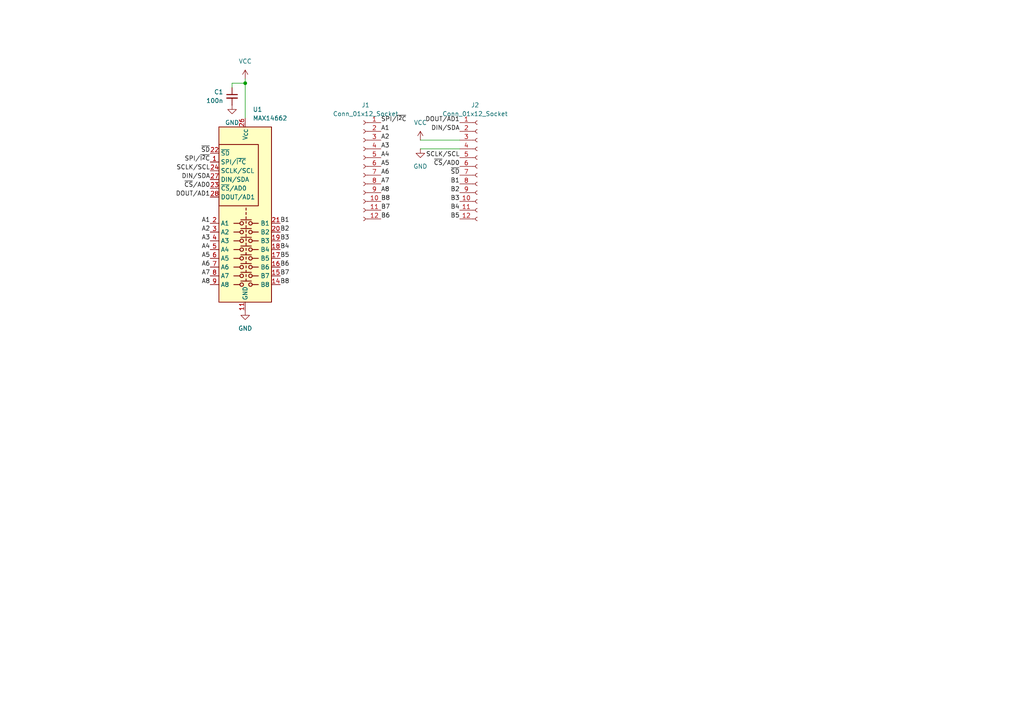
<source format=kicad_sch>
(kicad_sch (version 20231120) (generator "eeschema") (generator_version "8.0")
  (paper "A4")
  (lib_symbols
    (symbol "Analog_Switch:MAX14662"
      (property "Reference" "U" (at -6.35 26.67 0))
      (property "Value" "MAX14662" (at 2.54 26.67 0))
      (symbol "MAX14662_0_0"
        (pin input line (at -10.16 7.62 0) (length 2.54) (name "~{CS}/AD0") (number "23"))
      )
      (symbol "MAX14662_0_1"
        (rectangle (start -7.62 25.4) (end 7.62 -25.4) (stroke (width 0.254)) (fill (type background)))
        (circle (center -1.016 -20.32) (radius 0.508) (stroke (width 0.254)))
        (circle (center -1.016 -17.78) (radius 0.508) (stroke (width 0.254)))
        (circle (center -1.016 -15.24) (radius 0.508) (stroke (width 0.254)))
        (circle (center -1.016 -12.7) (radius 0.508) (stroke (width 0.254)))
        (circle (center -1.016 -10.16) (radius 0.508) (stroke (width 0.254)))
        (circle (center -1.016 -7.62) (radius 0.508) (stroke (width 0.254)))
        (circle (center -1.016 -5.08) (radius 0.508) (stroke (width 0.254)))
        (circle (center -1.016 -2.54) (radius 0.508) (stroke (width 0.254)))
        (polyline (pts (xy -1.524 -20.32) (xy -3.302 -20.32)) (stroke (width 0.254)))
        (polyline (pts (xy -1.524 -17.78) (xy -3.302 -17.78)) (stroke (width 0.254)))
        (polyline (pts (xy -1.524 -15.24) (xy -3.302 -15.24)) (stroke (width 0.254)))
        (polyline (pts (xy -1.524 -12.7) (xy -3.302 -12.7)) (stroke (width 0.254)))
        (polyline (pts (xy -1.524 -10.16) (xy -3.302 -10.16)) (stroke (width 0.254)))
        (polyline (pts (xy -1.524 -7.62) (xy -3.302 -7.62)) (stroke (width 0.254)))
        (polyline (pts (xy -1.524 -5.08) (xy -3.302 -5.08)) (stroke (width 0.254)))
        (polyline (pts (xy -1.524 -2.54) (xy -3.302 -2.54)) (stroke (width 0.254)))
        (polyline (pts (xy -1.27 -19.304) (xy 1.778 -19.304)) (stroke (width 0.254)))
        (polyline (pts (xy -1.27 -16.764) (xy 1.778 -16.764)) (stroke (width 0.254)))
        (polyline (pts (xy -1.27 -14.224) (xy 1.778 -14.224)) (stroke (width 0.254)))
        (polyline (pts (xy -1.27 -11.684) (xy 1.778 -11.684)) (stroke (width 0.254)))
        (polyline (pts (xy -1.27 -9.144) (xy 1.778 -9.144)) (stroke (width 0.254)))
        (polyline (pts (xy -1.27 -6.604) (xy 1.778 -6.604)) (stroke (width 0.254)))
        (polyline (pts (xy -1.27 -4.064) (xy 1.778 -4.064)) (stroke (width 0.254)))
        (polyline (pts (xy -1.27 -1.524) (xy 1.778 -1.524)) (stroke (width 0.254)))
        (polyline (pts (xy 0.254 -19.304) (xy 0.254 -18.669)) (stroke (width 0.254)))
        (polyline (pts (xy 0.254 -18.034) (xy 0.254 -17.399)) (stroke (width 0.254)))
        (polyline (pts (xy 0.254 -16.764) (xy 0.254 -16.129)) (stroke (width 0.254)))
        (polyline (pts (xy 0.254 -15.494) (xy 0.254 -14.859)) (stroke (width 0.254)))
        (polyline (pts (xy 0.254 -14.224) (xy 0.254 -13.589)) (stroke (width 0.254)))
        (polyline (pts (xy 0.254 -12.954) (xy 0.254 -12.319)) (stroke (width 0.254)))
        (polyline (pts (xy 0.254 -11.684) (xy 0.254 -11.049)) (stroke (width 0.254)))
        (polyline (pts (xy 0.254 -11.684) (xy 0.254 -11.049)) (stroke (width 0.254)))
        (polyline (pts (xy 0.254 -10.414) (xy 0.254 -9.779)) (stroke (width 0.254)))
        (polyline (pts (xy 0.254 -8.89) (xy 0.254 -8.255)) (stroke (width 0.254)))
        (polyline (pts (xy 0.254 -7.62) (xy 0.254 -6.985)) (stroke (width 0.254)))
        (polyline (pts (xy 0.254 -6.35) (xy 0.254 -5.715)) (stroke (width 0.254)))
        (polyline (pts (xy 0.254 -5.08) (xy 0.254 -4.445)) (stroke (width 0.254)))
        (polyline (pts (xy 0.254 -3.81) (xy 0.254 -3.175)) (stroke (width 0.254)))
        (polyline (pts (xy 0.254 -2.54) (xy 0.254 -1.905)) (stroke (width 0.254)))
        (polyline (pts (xy 0.254 -1.27) (xy 0.254 -0.635)) (stroke (width 0.254)))
        (polyline (pts (xy 0.254 0) (xy 0.254 0.635)) (stroke (width 0.254)))
        (polyline (pts (xy 0.254 1.27) (xy 0.254 1.905)) (stroke (width 0.254)))
        (polyline (pts (xy 3.81 -20.32) (xy 2.032 -20.32)) (stroke (width 0.254)))
        (polyline (pts (xy 3.81 -17.78) (xy 2.032 -17.78)) (stroke (width 0.254)))
        (polyline (pts (xy 3.81 -15.24) (xy 2.032 -15.24)) (stroke (width 0.254)))
        (polyline (pts (xy 3.81 -12.7) (xy 2.032 -12.7)) (stroke (width 0.254)))
        (polyline (pts (xy 3.81 -10.16) (xy 2.032 -10.16)) (stroke (width 0.254)))
        (polyline (pts (xy 3.81 -7.62) (xy 2.032 -7.62)) (stroke (width 0.254)))
        (polyline (pts (xy 3.81 -5.08) (xy 2.032 -5.08)) (stroke (width 0.254)))
        (polyline (pts (xy 3.81 -2.54) (xy 2.032 -2.54)) (stroke (width 0.254)))
        (circle (center 1.524 -20.32) (radius 0.508) (stroke (width 0.254)))
        (circle (center 1.524 -17.78) (radius 0.508) (stroke (width 0.254)))
        (circle (center 1.524 -15.24) (radius 0.508) (stroke (width 0.254)))
        (circle (center 1.524 -12.7) (radius 0.508) (stroke (width 0.254)))
        (circle (center 1.524 -10.16) (radius 0.508) (stroke (width 0.254)))
        (circle (center 1.524 -7.62) (radius 0.508) (stroke (width 0.254)))
        (circle (center 1.524 -5.08) (radius 0.508) (stroke (width 0.254)))
        (circle (center 1.524 -2.54) (radius 0.508) (stroke (width 0.254)))
      )
      (symbol "MAX14662_1_0"
        (pin no_connect line (at 7.62 22.86 180) (length 2.54) hide (name "NC") (number "10"))
        (pin no_connect line (at 7.62 20.32 180) (length 2.54) hide (name "NC") (number "12"))
        (pin no_connect line (at 7.62 17.78 180) (length 2.54) hide (name "NC") (number "13"))
        (pin power_in line (at 0 27.94 270) (length 2.54) (name "V_{CC}") (number "26"))
        (pin bidirectional line (at -10.16 10.16 0) (length 2.54) (name "DIN/SDA") (number "27"))
        (pin bidirectional line (at -10.16 5.08 0) (length 2.54) (name "DOUT/AD1") (number "28"))
      )
      (symbol "MAX14662_1_1"
        (rectangle (start -7.62 20.32) (end 3.81 2.54) (stroke (width 0.254)))
        (pin input line (at -10.16 15.24 0) (length 2.54) (name "SPI/~{I²C}") (number "1"))
        (pin power_in line (at 0 -27.94 90) (length 2.54) (name "GND") (number "11"))
        (pin bidirectional line (at 10.16 -20.32 180) (length 2.54) (name "B8") (number "14"))
        (pin bidirectional line (at 10.16 -17.78 180) (length 2.54) (name "B7") (number "15"))
        (pin bidirectional line (at 10.16 -15.24 180) (length 2.54) (name "B6") (number "16"))
        (pin bidirectional line (at 10.16 -12.7 180) (length 2.54) (name "B5") (number "17"))
        (pin bidirectional line (at 10.16 -10.16 180) (length 2.54) (name "B4") (number "18"))
        (pin bidirectional line (at 10.16 -7.62 180) (length 2.54) (name "B3") (number "19"))
        (pin bidirectional line (at -10.16 -2.54 0) (length 2.54) (name "A1") (number "2"))
        (pin bidirectional line (at 10.16 -5.08 180) (length 2.54) (name "B2") (number "20"))
        (pin bidirectional line (at 10.16 -2.54 180) (length 2.54) (name "B1") (number "21"))
        (pin input line (at -10.16 17.78 0) (length 2.54) (name "~{SD}") (number "22"))
        (pin input line (at -10.16 12.7 0) (length 2.54) (name "SCLK/SCL") (number "24"))
        (pin passive line (at 0 -27.94 90) (length 2.54) hide (name "GND") (number "25"))
        (pin passive line (at 0 -27.94 90) (length 2.54) hide (name "GND") (number "29"))
        (pin bidirectional line (at -10.16 -5.08 0) (length 2.54) (name "A2") (number "3"))
        (pin bidirectional line (at -10.16 -7.62 0) (length 2.54) (name "A3") (number "4"))
        (pin bidirectional line (at -10.16 -10.16 0) (length 2.54) (name "A4") (number "5"))
        (pin bidirectional line (at -10.16 -12.7 0) (length 2.54) (name "A5") (number "6"))
        (pin bidirectional line (at -10.16 -15.24 0) (length 2.54) (name "A6") (number "7"))
        (pin bidirectional line (at -10.16 -17.78 0) (length 2.54) (name "A7") (number "8"))
        (pin bidirectional line (at -10.16 -20.32 0) (length 2.54) (name "A8") (number "9"))
      )
    )
    (symbol "Connector:Conn_01x12_Socket" (pin_names (offset 1.016) hide)
      (property "Reference" "J" (at 0 15.24 0))
      (property "Value" "Conn_01x12_Socket" (at 0 -17.78 0))
      (symbol "Conn_01x12_Socket_1_1"
        (arc (start 0 -14.732) (mid -0.5058 -15.24) (end 0 -15.748) (stroke (width 0.1524)))
        (arc (start 0 -12.192) (mid -0.5058 -12.7) (end 0 -13.208) (stroke (width 0.1524)))
        (arc (start 0 -9.652) (mid -0.5058 -10.16) (end 0 -10.668) (stroke (width 0.1524)))
        (arc (start 0 -7.112) (mid -0.5058 -7.62) (end 0 -8.128) (stroke (width 0.1524)))
        (arc (start 0 -4.572) (mid -0.5058 -5.08) (end 0 -5.588) (stroke (width 0.1524)))
        (arc (start 0 -2.032) (mid -0.5058 -2.54) (end 0 -3.048) (stroke (width 0.1524)))
        (polyline (pts (xy -1.27 -15.24) (xy -0.508 -15.24)) (stroke (width 0.1524)))
        (polyline (pts (xy -1.27 -12.7) (xy -0.508 -12.7)) (stroke (width 0.1524)))
        (polyline (pts (xy -1.27 -10.16) (xy -0.508 -10.16)) (stroke (width 0.1524)))
        (polyline (pts (xy -1.27 -7.62) (xy -0.508 -7.62)) (stroke (width 0.1524)))
        (polyline (pts (xy -1.27 -5.08) (xy -0.508 -5.08)) (stroke (width 0.1524)))
        (polyline (pts (xy -1.27 -2.54) (xy -0.508 -2.54)) (stroke (width 0.1524)))
        (polyline (pts (xy -1.27 0) (xy -0.508 0)) (stroke (width 0.1524)))
        (polyline (pts (xy -1.27 2.54) (xy -0.508 2.54)) (stroke (width 0.1524)))
        (polyline (pts (xy -1.27 5.08) (xy -0.508 5.08)) (stroke (width 0.1524)))
        (polyline (pts (xy -1.27 7.62) (xy -0.508 7.62)) (stroke (width 0.1524)))
        (polyline (pts (xy -1.27 10.16) (xy -0.508 10.16)) (stroke (width 0.1524)))
        (polyline (pts (xy -1.27 12.7) (xy -0.508 12.7)) (stroke (width 0.1524)))
        (arc (start 0 0.508) (mid -0.5058 0) (end 0 -0.508) (stroke (width 0.1524)))
        (arc (start 0 3.048) (mid -0.5058 2.54) (end 0 2.032) (stroke (width 0.1524)))
        (arc (start 0 5.588) (mid -0.5058 5.08) (end 0 4.572) (stroke (width 0.1524)))
        (arc (start 0 8.128) (mid -0.5058 7.62) (end 0 7.112) (stroke (width 0.1524)))
        (arc (start 0 10.668) (mid -0.5058 10.16) (end 0 9.652) (stroke (width 0.1524)))
        (arc (start 0 13.208) (mid -0.5058 12.7) (end 0 12.192) (stroke (width 0.1524)))
        (pin passive line (at -5.08 12.7 0) (length 3.81) (name "Pin_1") (number "1"))
        (pin passive line (at -5.08 -10.16 0) (length 3.81) (name "Pin_10") (number "10"))
        (pin passive line (at -5.08 -12.7 0) (length 3.81) (name "Pin_11") (number "11"))
        (pin passive line (at -5.08 -15.24 0) (length 3.81) (name "Pin_12") (number "12"))
        (pin passive line (at -5.08 10.16 0) (length 3.81) (name "Pin_2") (number "2"))
        (pin passive line (at -5.08 7.62 0) (length 3.81) (name "Pin_3") (number "3"))
        (pin passive line (at -5.08 5.08 0) (length 3.81) (name "Pin_4") (number "4"))
        (pin passive line (at -5.08 2.54 0) (length 3.81) (name "Pin_5") (number "5"))
        (pin passive line (at -5.08 0 0) (length 3.81) (name "Pin_6") (number "6"))
        (pin passive line (at -5.08 -2.54 0) (length 3.81) (name "Pin_7") (number "7"))
        (pin passive line (at -5.08 -5.08 0) (length 3.81) (name "Pin_8") (number "8"))
        (pin passive line (at -5.08 -7.62 0) (length 3.81) (name "Pin_9") (number "9"))
      )
    )
    (symbol "Device:C_Small" (pin_numbers hide) (pin_names (offset 0.254) hide)
      (property "Reference" "C" (at 0.254 1.778 0))
      (property "Value" "C_Small" (at 0.254 -2.032 0))
      (symbol "C_Small_0_1"
        (polyline (pts (xy -1.524 -0.508) (xy 1.524 -0.508)) (stroke (width 0.3302)))
        (polyline (pts (xy -1.524 0.508) (xy 1.524 0.508)) (stroke (width 0.3048)))
      )
      (symbol "C_Small_1_1"
        (pin passive line (at 0 2.54 270) (length 2.032) (name "~") (number "1"))
        (pin passive line (at 0 -2.54 90) (length 2.032) (name "~") (number "2"))
      )
    )
    (symbol "power:GND" (power) (pin_numbers hide) (pin_names (offset 0) hide)
      (property "Value" "GND" (at 0 -3.81 0))
      (symbol "GND_0_1"
        (polyline (pts (xy 0 0) (xy 0 -1.27) (xy 1.27 -1.27) (xy 0 -2.54) (xy -1.27 -1.27) (xy 0 -1.27)))
      )
      (symbol "GND_1_1"
        (pin power_in line (at 0 0 270) (length 0) (name "~") (number "1"))
      )
    )
    (symbol "power:VCC" (power) (pin_numbers hide) (pin_names (offset 0) hide)
      (property "Value" "VCC" (at 0 3.556 0))
      (symbol "VCC_0_1"
        (polyline (pts (xy -0.762 1.27) (xy 0 2.54)))
        (polyline (pts (xy 0 0) (xy 0 2.54)))
        (polyline (pts (xy 0 2.54) (xy 0.762 1.27)))
      )
      (symbol "VCC_1_1"
        (pin power_in line (at 0 0 90) (length 0) (name "~") (number "1"))
      )
    )
  )
  (junction (at 71.12 24.13))
  (wire (pts (xy 71.12 24.13) (xy 71.12 34.29)))
  (wire (pts (xy 121.92 40.64) (xy 133.35 40.64)))
  (wire (pts (xy 121.92 43.18) (xy 133.35 43.18)))
  (wire (pts (xy 67.31 24.13) (xy 71.12 24.13)))
  (wire (pts (xy 71.12 22.86) (xy 71.12 24.13)))
  (wire (pts (xy 67.31 24.13) (xy 67.31 25.4)))
  (label "A5" (at 110.49 48.26 0))
  (label "~{SD}" (at 133.35 50.8 180))
  (label "~{SD}" (at 60.96 44.45 180))
  (label "B3" (at 133.35 58.42 180))
  (label "B7" (at 81.28 80.01 0))
  (label "B2" (at 81.28 67.31 0))
  (label "~{CS}{slash}AD0" (at 133.35 48.26 180))
  (label "B5" (at 133.35 63.5 180))
  (label "B3" (at 81.28 69.85 0))
  (label "A2" (at 110.49 40.64 0))
  (label "B4" (at 133.35 60.96 180))
  (label "A1" (at 60.96 64.77 180))
  (label "A4" (at 110.49 45.72 0))
  (label "B1" (at 133.35 53.34 180))
  (label "B4" (at 81.28 72.39 0))
  (label "B2" (at 133.35 55.88 180))
  (label "A2" (at 60.96 67.31 180))
  (label "B6" (at 110.49 63.5 0))
  (label "A3" (at 110.49 43.18 0))
  (label "SCLK{slash}SCL" (at 133.35 45.72 180))
  (label "A6" (at 60.96 77.47 180))
  (label "A8" (at 60.96 82.55 180))
  (label "DOUT{slash}AD1" (at 60.96 57.15 180))
  (label "SPI{slash}~{I^{2}C}" (at 110.49 35.56 0))
  (label "A7" (at 110.49 53.34 0))
  (label "A4" (at 60.96 72.39 180))
  (label "A1" (at 110.49 38.1 0))
  (label "DOUT{slash}AD1" (at 133.35 35.56 180))
  (label "SCLK{slash}SCL" (at 60.96 49.53 180))
  (label "A8" (at 110.49 55.88 0))
  (label "B1" (at 81.28 64.77 0))
  (label "A5" (at 60.96 74.93 180))
  (label "B8" (at 81.28 82.55 0))
  (label "B8" (at 110.49 58.42 0))
  (label "DIN{slash}SDA" (at 133.35 38.1 180))
  (label "~{CS}{slash}AD0" (at 60.96 54.61 180))
  (label "A6" (at 110.49 50.8 0))
  (label "SPI{slash}~{I^{2}C}" (at 60.96 46.99 180))
  (label "DIN{slash}SDA" (at 60.96 52.07 180))
  (label "A3" (at 60.96 69.85 180))
  (label "B6" (at 81.28 77.47 0))
  (label "B5" (at 81.28 74.93 0))
  (label "B7" (at 110.49 60.96 0))
  (label "A7" (at 60.96 80.01 180))
  (symbol (lib_id "Connector:Conn_01x12_Socket") (at 138.43 48.26 0) (unit 1)
    (property "Reference" "J2" (at 137.795 30.48 0))
    (property "Value" "Conn_01x12_Socket" (at 137.795 33.02 0))
    (property "Footprint" "Connector_PinHeader_2.54mm:PinHeader_1x12_P2.54mm_Vertical" (effects (hide yes)))
    (property "Description" "Generic connector, single row, 01x12, script generated" (effects (hide yes)))
  )
  (symbol (lib_id "power:GND") (at 67.31 30.48 0) (unit 1)
    (property "Reference" "#PWR03" (effects (hide yes)))
    (property "Value" "GND" (at 67.31 35.56 0))
    (property "Description" "Power symbol creates a global label with name \"GND\" , ground" (effects (hide yes)))
  )
  (symbol (lib_id "Device:C_Small") (at 67.31 27.94 0) (mirror y) (unit 1)
    (property "Reference" "C1" (at 64.77 26.6762 0) (effects (justify left)))
    (property "Value" "100n" (at 64.77 29.2162 0) (effects (justify left)))
    (property "Footprint" "Capacitor_SMD:C_0402_1005Metric" (effects (hide yes)))
    (property "Description" "Unpolarized capacitor, small symbol" (effects (hide yes)))
  )
  (symbol (lib_id "power:GND") (at 71.12 90.17 0) (unit 1)
    (property "Reference" "#PWR01" (effects (hide yes)))
    (property "Value" "GND" (at 71.12 95.25 0))
    (property "Description" "Power symbol creates a global label with name \"GND\" , ground" (effects (hide yes)))
  )
  (symbol (lib_id "Analog_Switch:MAX14662") (at 71.12 62.23 0) (unit 1)
    (property "Reference" "U1" (at 73.3141 31.75 0) (effects (justify left)))
    (property "Value" "MAX14662" (at 73.3141 34.29 0) (effects (justify left)))
    (property "Footprint" "Package_DFN_QFN:QFN-28-1EP_4x4mm_P0.4mm_EP2.6x2.6mm" (effects (hide yes)))
    (property "Datasheet" "https://www.analog.com/media/en/technical-documentation/data-sheets/MAX14662.pdf" (effects (hide yes)))
    (property "Description" "Analog Switch, beyond-the-Rails 8xSPST, I²C/SPI interface, 1.6..5.5V supply, 0.425Ohm Ron, TQFN-28" (effects (hide yes)))
  )
  (symbol (lib_id "power:VCC") (at 71.12 22.86 0) (unit 1)
    (property "Reference" "#PWR02" (effects (hide yes)))
    (property "Value" "VCC" (at 71.12 17.78 0))
    (property "Description" "Power symbol creates a global label with name \"VCC\"" (effects (hide yes)))
  )
  (symbol (lib_id "power:VCC") (at 121.92 40.64 0) (unit 1)
    (property "Reference" "#PWR05" (effects (hide yes)))
    (property "Value" "VCC" (at 121.92 35.56 0))
    (property "Description" "Power symbol creates a global label with name \"VCC\"" (effects (hide yes)))
  )
  (symbol (lib_id "Connector:Conn_01x12_Socket") (at 105.41 48.26 0) (mirror y) (unit 1)
    (property "Reference" "J1" (at 106.045 30.48 0))
    (property "Value" "Conn_01x12_Socket" (at 106.045 33.02 0))
    (property "Footprint" "Connector_PinHeader_2.54mm:PinHeader_1x12_P2.54mm_Vertical" (effects (hide yes)))
    (property "Description" "Generic connector, single row, 01x12, script generated" (effects (hide yes)))
  )
  (symbol (lib_id "power:GND") (at 121.92 43.18 0) (unit 1)
    (property "Reference" "#PWR04" (effects (hide yes)))
    (property "Value" "GND" (at 121.92 48.26 0))
    (property "Description" "Power symbol creates a global label with name \"GND\" , ground" (effects (hide yes)))
  )
)
</source>
